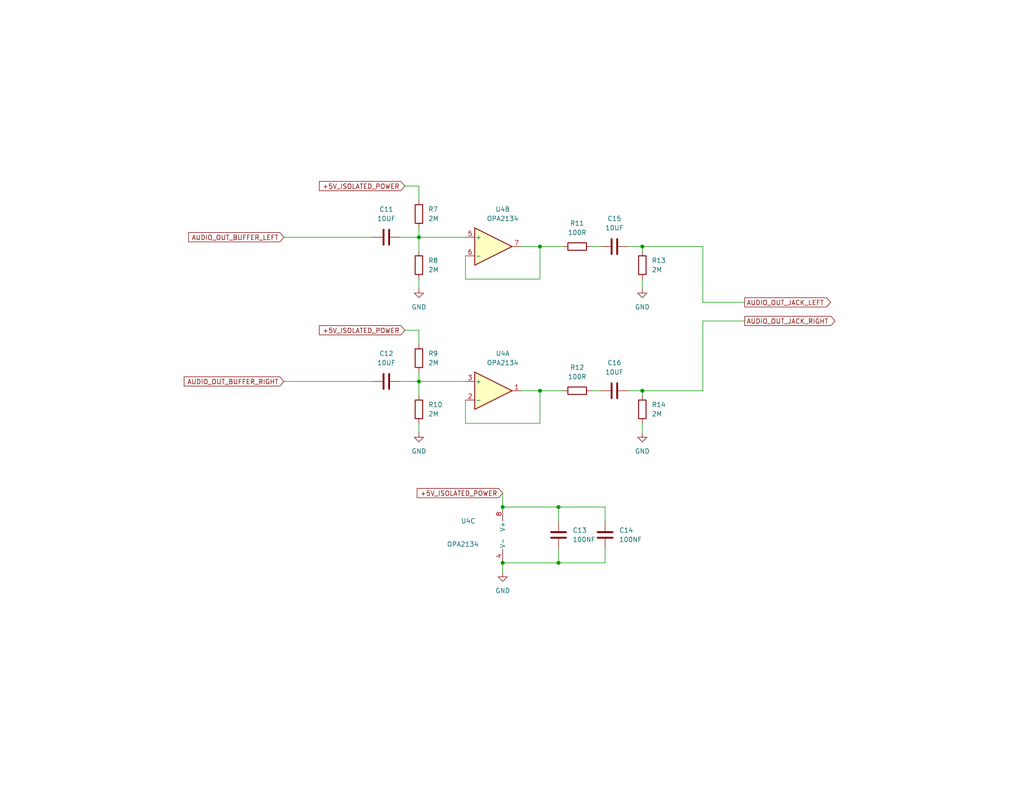
<source format=kicad_sch>
(kicad_sch (version 20230121) (generator eeschema)
  (paper "USLetter")
  (title_block (title "Daisy Seed Guitar Pedal 1590B") (date "2023-11-12") (rev "6") (company "Made by Keith Shepherd (kshep@mac.com)") (comment 1 "https://github.com/electro-smith/Hardware/blob/master/reference/daisy_petal/") (comment 2 "Schematic from the Electro-Smith Daisy Petal Reference Hardware Rev 5"))
  (lib_symbols
    (symbol "Amplifier_Operational:OPA2134" (pin_names (offset 0.127))
      (property "Reference" "U" (at 0 5.08 0))
      (property "Value" "OPA2134" (at 0 -5.08 0))
      (symbol "OPA2134_1_1"
        (polyline (pts (xy -5.08 5.08) (xy 5.08 0) (xy -5.08 -5.08) (xy -5.08 5.08)) (stroke (width 0.254)) (fill (type background)))
        (pin output line (at 7.62 0 180) (length 2.54) (name "~") (number "1"))
        (pin input line (at -7.62 -2.54 0) (length 2.54) (name "-") (number "2"))
        (pin input line (at -7.62 2.54 0) (length 2.54) (name "+") (number "3"))
      )
      (symbol "OPA2134_2_1"
        (polyline (pts (xy -5.08 5.08) (xy 5.08 0) (xy -5.08 -5.08) (xy -5.08 5.08)) (stroke (width 0.254)) (fill (type background)))
        (pin input line (at -7.62 2.54 0) (length 2.54) (name "+") (number "5"))
        (pin input line (at -7.62 -2.54 0) (length 2.54) (name "-") (number "6"))
        (pin output line (at 7.62 0 180) (length 2.54) (name "~") (number "7"))
      )
      (symbol "OPA2134_3_1"
        (pin power_in line (at -2.54 -7.62 90) (length 3.81) (name "V-") (number "4"))
        (pin power_in line (at -2.54 7.62 270) (length 3.81) (name "V+") (number "8"))
      )
    )
    (symbol "Device:C" (pin_numbers hide) (pin_names (offset 0.254))
      (property "Reference" "C" (at 0.635 2.54 0))
      (property "Value" "C" (at 0.635 -2.54 0))
      (symbol "C_0_1"
        (polyline (pts (xy -2.032 -0.762) (xy 2.032 -0.762)) (stroke (width 0.508)))
        (polyline (pts (xy -2.032 0.762) (xy 2.032 0.762)) (stroke (width 0.508)))
      )
      (symbol "C_1_1"
        (pin passive line (at 0 3.81 270) (length 2.794) (name "~") (number "1"))
        (pin passive line (at 0 -3.81 90) (length 2.794) (name "~") (number "2"))
      )
    )
    (symbol "Device:R" (pin_numbers hide) (pin_names (offset 0))
      (property "Reference" "R" (at 2.032 0 90))
      (property "Value" "R" (at 0 0 90))
      (symbol "R_0_1"
        (rectangle (start -1.016 -2.54) (end 1.016 2.54) (stroke (width 0.254)))
      )
      (symbol "R_1_1"
        (pin passive line (at 0 3.81 270) (length 1.27) (name "~") (number "1"))
        (pin passive line (at 0 -3.81 90) (length 1.27) (name "~") (number "2"))
      )
    )
    (symbol "power:GND" (power) (pin_names (offset 0))
      (property "Value" "GND" (at 0 -3.81 0))
      (symbol "GND_0_1"
        (polyline (pts (xy 0 0) (xy 0 -1.27) (xy 1.27 -1.27) (xy 0 -2.54) (xy -1.27 -1.27) (xy 0 -1.27)))
      )
      (symbol "GND_1_1"
        (pin power_in line (at 0 0 270) (length 0) hide (name "GND") (number "1"))
      )
    )
  )
  (junction (at 137.16 153.67))
  (junction (at 175.26 106.68))
  (junction (at 147.32 106.68))
  (junction (at 152.4 153.67))
  (junction (at 147.32 67.31))
  (junction (at 175.26 67.31))
  (junction (at 114.3 104.14))
  (junction (at 137.16 138.43))
  (junction (at 114.3 64.77))
  (junction (at 152.4 138.43))
  (wire (pts (xy 171.45 106.68) (xy 175.26 106.68)))
  (wire (pts (xy 165.1 138.43) (xy 165.1 142.24)))
  (wire (pts (xy 137.16 134.62) (xy 137.16 138.43)))
  (wire (pts (xy 161.29 67.31) (xy 163.83 67.31)))
  (wire (pts (xy 114.3 104.14) (xy 114.3 107.95)))
  (wire (pts (xy 114.3 115.57) (xy 114.3 118.11)))
  (wire (pts (xy 114.3 64.77) (xy 114.3 62.23)))
  (wire (pts (xy 127 69.85) (xy 127 76.2)))
  (wire (pts (xy 147.32 76.2) (xy 127 76.2)))
  (wire (pts (xy 114.3 64.77) (xy 127 64.77)))
  (wire (pts (xy 114.3 54.61) (xy 114.3 50.8)))
  (wire (pts (xy 152.4 153.67) (xy 165.1 153.67)))
  (wire (pts (xy 142.24 67.31) (xy 147.32 67.31)))
  (wire (pts (xy 165.1 149.86) (xy 165.1 153.67)))
  (wire (pts (xy 175.26 106.68) (xy 191.77 106.68)))
  (wire (pts (xy 191.77 82.55) (xy 203.2 82.55)))
  (wire (pts (xy 114.3 104.14) (xy 127 104.14)))
  (wire (pts (xy 175.26 115.57) (xy 175.26 118.11)))
  (wire (pts (xy 161.29 106.68) (xy 163.83 106.68)))
  (wire (pts (xy 191.77 67.31) (xy 191.77 82.55)))
  (wire (pts (xy 175.26 76.2) (xy 175.26 78.74)))
  (wire (pts (xy 110.49 50.8) (xy 114.3 50.8)))
  (wire (pts (xy 114.3 76.2) (xy 114.3 78.74)))
  (wire (pts (xy 137.16 138.43) (xy 152.4 138.43)))
  (wire (pts (xy 171.45 67.31) (xy 175.26 67.31)))
  (wire (pts (xy 137.16 153.67) (xy 152.4 153.67)))
  (wire (pts (xy 110.49 90.17) (xy 114.3 90.17)))
  (wire (pts (xy 127 109.22) (xy 127 115.57)))
  (wire (pts (xy 175.26 106.68) (xy 175.26 107.95)))
  (wire (pts (xy 77.47 64.77) (xy 101.6 64.77)))
  (wire (pts (xy 152.4 138.43) (xy 152.4 142.24)))
  (wire (pts (xy 175.26 67.31) (xy 175.26 68.58)))
  (wire (pts (xy 152.4 138.43) (xy 165.1 138.43)))
  (wire (pts (xy 147.32 106.68) (xy 153.67 106.68)))
  (wire (pts (xy 109.22 104.14) (xy 114.3 104.14)))
  (wire (pts (xy 175.26 67.31) (xy 191.77 67.31)))
  (wire (pts (xy 109.22 64.77) (xy 114.3 64.77)))
  (wire (pts (xy 152.4 149.86) (xy 152.4 153.67)))
  (wire (pts (xy 191.77 106.68) (xy 191.77 87.63)))
  (wire (pts (xy 142.24 106.68) (xy 147.32 106.68)))
  (wire (pts (xy 114.3 64.77) (xy 114.3 68.58)))
  (wire (pts (xy 114.3 104.14) (xy 114.3 101.6)))
  (wire (pts (xy 147.32 67.31) (xy 153.67 67.31)))
  (wire (pts (xy 137.16 153.67) (xy 137.16 156.21)))
  (wire (pts (xy 147.32 115.57) (xy 127 115.57)))
  (wire (pts (xy 147.32 67.31) (xy 147.32 76.2)))
  (wire (pts (xy 191.77 87.63) (xy 203.2 87.63)))
  (wire (pts (xy 114.3 93.98) (xy 114.3 90.17)))
  (wire (pts (xy 77.47 104.14) (xy 101.6 104.14)))
  (wire (pts (xy 147.32 106.68) (xy 147.32 115.57)))
  (global_label "AUDIO_OUT_JACK_LEFT" (shape output) (at 203.2 82.55 0) (property "Intersheetrefs" "${INTERSHEET_REFS}" (effects hide)))
  (global_label "+5V_ISOLATED_POWER" (shape input) (at 110.49 50.8 180) (property "Intersheetrefs" "${INTERSHEET_REFS}" (effects hide)))
  (global_label "AUDIO_OUT_BUFFER_RIGHT" (shape input) (at 77.47 104.14 180) (property "Intersheetrefs" "${INTERSHEET_REFS}" (effects hide)))
  (global_label "+5V_ISOLATED_POWER" (shape input) (at 137.16 134.62 180) (property "Intersheetrefs" "${INTERSHEET_REFS}" (effects hide)))
  (global_label "AUDIO_OUT_BUFFER_LEFT" (shape input) (at 77.47 64.77 180) (property "Intersheetrefs" "${INTERSHEET_REFS}" (effects hide)))
  (global_label "+5V_ISOLATED_POWER" (shape input) (at 110.49 90.17 180) (property "Intersheetrefs" "${INTERSHEET_REFS}" (effects hide)))
  (global_label "AUDIO_OUT_JACK_RIGHT" (shape output) (at 203.2 87.63 0) (property "Intersheetrefs" "${INTERSHEET_REFS}" (effects hide)))
  (symbol (lib_id "power:GND") (at 175.26 118.11 0) (unit 1)
    (property "Reference" "#PWR017" (effects hide))
    (property "Value" "GND" (at 175.26 123.19 0))
  )
  (symbol (lib_id "Device:R") (at 114.3 111.76 0) (unit 1)
    (property "Reference" "R10" (at 116.84 110.4899 0) (effects (justify left)))
    (property "Value" "2M" (at 116.84 113.0299 0) (effects (justify left)))
    (property "Footprint" "Resistor_THT:R_Axial_DIN0207_L6.3mm_D2.5mm_P7.62mm_Horizontal" (effects hide))
  )
  (symbol (lib_id "Device:C") (at 105.41 64.77 270) (unit 1)
    (property "Reference" "C11" (at 105.41 57.15 90))
    (property "Value" "10UF" (at 105.41 59.69 90))
    (property "Footprint" "Capacitor_THT:C_Disc_D6.0mm_W2.5mm_P5.00mm" (effects hide))
  )
  (symbol (lib_id "Amplifier_Operational:OPA2134") (at 134.62 106.68 0) (unit 1)
    (property "Reference" "U4" (at 137.16 96.52 0))
    (property "Value" "OPA2134" (at 137.16 99.06 0))
    (property "Footprint" "Package_DIP:DIP-8_W7.62mm" (effects hide))
    (property "Datasheet" "http://www.ti.com/lit/ds/symlink/opa134.pdf" (effects hide))
  )
  (symbol (lib_id "Device:C") (at 165.1 146.05 0) (unit 1)
    (property "Reference" "C14" (at 168.91 144.7799 0) (effects (justify left)))
    (property "Value" "100NF" (at 168.91 147.3199 0) (effects (justify left)))
    (property "Footprint" "Capacitor_THT:C_Rect_L7.2mm_W3.0mm_P5.00mm_FKS2_FKP2_MKS2_MKP2" (effects hide))
  )
  (symbol (lib_id "power:GND") (at 175.26 78.74 0) (unit 1)
    (property "Reference" "#PWR016" (effects hide))
    (property "Value" "GND" (at 175.26 83.82 0))
  )
  (symbol (lib_id "Device:R") (at 114.3 72.39 0) (unit 1)
    (property "Reference" "R8" (at 116.84 71.1199 0) (effects (justify left)))
    (property "Value" "2M" (at 116.84 73.6599 0) (effects (justify left)))
    (property "Footprint" "Resistor_THT:R_Axial_DIN0207_L6.3mm_D2.5mm_P7.62mm_Horizontal" (effects hide))
  )
  (symbol (lib_id "Device:R") (at 114.3 97.79 0) (unit 1)
    (property "Reference" "R9" (at 116.84 96.5199 0) (effects (justify left)))
    (property "Value" "2M" (at 116.84 99.0599 0) (effects (justify left)))
    (property "Footprint" "Resistor_THT:R_Axial_DIN0207_L6.3mm_D2.5mm_P7.62mm_Horizontal" (effects hide))
  )
  (symbol (lib_id "Device:R") (at 114.3 58.42 0) (unit 1)
    (property "Reference" "R7" (at 116.84 57.1499 0) (effects (justify left)))
    (property "Value" "2M" (at 116.84 59.6899 0) (effects (justify left)))
    (property "Footprint" "Resistor_THT:R_Axial_DIN0207_L6.3mm_D2.5mm_P7.62mm_Horizontal" (effects hide))
  )
  (symbol (lib_id "power:GND") (at 114.3 78.74 0) (unit 1)
    (property "Reference" "#PWR013" (effects hide))
    (property "Value" "GND" (at 114.3 83.82 0))
  )
  (symbol (lib_id "Amplifier_Operational:OPA2134") (at 139.7 146.05 0) (unit 3)
    (property "Reference" "U4" (at 125.73 142.24 0) (effects (justify left)))
    (property "Value" "OPA2134" (at 121.92 148.59 0) (effects (justify left)))
    (property "Footprint" "Package_DIP:DIP-8_W7.62mm" (effects hide))
    (property "Datasheet" "http://www.ti.com/lit/ds/symlink/opa134.pdf" (effects hide))
  )
  (symbol (lib_id "Device:C") (at 167.64 67.31 90) (unit 1)
    (property "Reference" "C15" (at 167.64 59.69 90))
    (property "Value" "10UF" (at 167.64 62.23 90))
    (property "Footprint" "Capacitor_THT:C_Disc_D6.0mm_W2.5mm_P5.00mm" (effects hide))
  )
  (symbol (lib_id "Amplifier_Operational:OPA2134") (at 134.62 67.31 0) (unit 2)
    (property "Reference" "U4" (at 137.16 57.15 0))
    (property "Value" "OPA2134" (at 137.16 59.69 0))
    (property "Footprint" "Package_DIP:DIP-8_W7.62mm" (effects hide))
    (property "Datasheet" "http://www.ti.com/lit/ds/symlink/opa134.pdf" (effects hide))
  )
  (symbol (lib_id "power:GND") (at 114.3 118.11 0) (unit 1)
    (property "Reference" "#PWR014" (effects hide))
    (property "Value" "GND" (at 114.3 123.19 0))
  )
  (symbol (lib_id "Device:C") (at 167.64 106.68 90) (unit 1)
    (property "Reference" "C16" (at 167.64 99.06 90))
    (property "Value" "10UF" (at 167.64 101.6 90))
    (property "Footprint" "Capacitor_THT:C_Disc_D6.0mm_W2.5mm_P5.00mm" (effects hide))
  )
  (symbol (lib_id "Device:R") (at 157.48 67.31 90) (unit 1)
    (property "Reference" "R11" (at 157.48 60.96 90))
    (property "Value" "100R" (at 157.48 63.5 90))
    (property "Footprint" "Resistor_THT:R_Axial_DIN0207_L6.3mm_D2.5mm_P7.62mm_Horizontal" (effects hide))
  )
  (symbol (lib_id "power:GND") (at 137.16 156.21 0) (unit 1)
    (property "Reference" "#PWR015" (effects hide))
    (property "Value" "GND" (at 137.16 161.29 0))
  )
  (symbol (lib_id "Device:R") (at 157.48 106.68 90) (unit 1)
    (property "Reference" "R12" (at 157.48 100.33 90))
    (property "Value" "100R" (at 157.48 102.87 90))
    (property "Footprint" "Resistor_THT:R_Axial_DIN0207_L6.3mm_D2.5mm_P7.62mm_Horizontal" (effects hide))
  )
  (symbol (lib_id "Device:C") (at 105.41 104.14 270) (unit 1)
    (property "Reference" "C12" (at 105.41 96.52 90))
    (property "Value" "10UF" (at 105.41 99.06 90))
    (property "Footprint" "Capacitor_THT:C_Disc_D6.0mm_W2.5mm_P5.00mm" (effects hide))
  )
  (symbol (lib_id "Device:R") (at 175.26 72.39 0) (unit 1)
    (property "Reference" "R13" (at 177.8 71.1199 0) (effects (justify left)))
    (property "Value" "2M" (at 177.8 73.6599 0) (effects (justify left)))
    (property "Footprint" "Resistor_THT:R_Axial_DIN0207_L6.3mm_D2.5mm_P7.62mm_Horizontal" (effects hide))
  )
  (symbol (lib_id "Device:R") (at 175.26 111.76 0) (unit 1)
    (property "Reference" "R14" (at 177.8 110.4899 0) (effects (justify left)))
    (property "Value" "2M" (at 177.8 113.0299 0) (effects (justify left)))
    (property "Footprint" "Resistor_THT:R_Axial_DIN0207_L6.3mm_D2.5mm_P7.62mm_Horizontal" (effects hide))
  )
  (symbol (lib_id "Device:C") (at 152.4 146.05 0) (unit 1)
    (property "Reference" "C13" (at 156.21 144.7799 0) (effects (justify left)))
    (property "Value" "100NF" (at 156.21 147.3199 0) (effects (justify left)))
    (property "Footprint" "Capacitor_THT:C_Rect_L7.2mm_W3.0mm_P5.00mm_FKS2_FKP2_MKS2_MKP2" (effects hide))
  )
)
</source>
